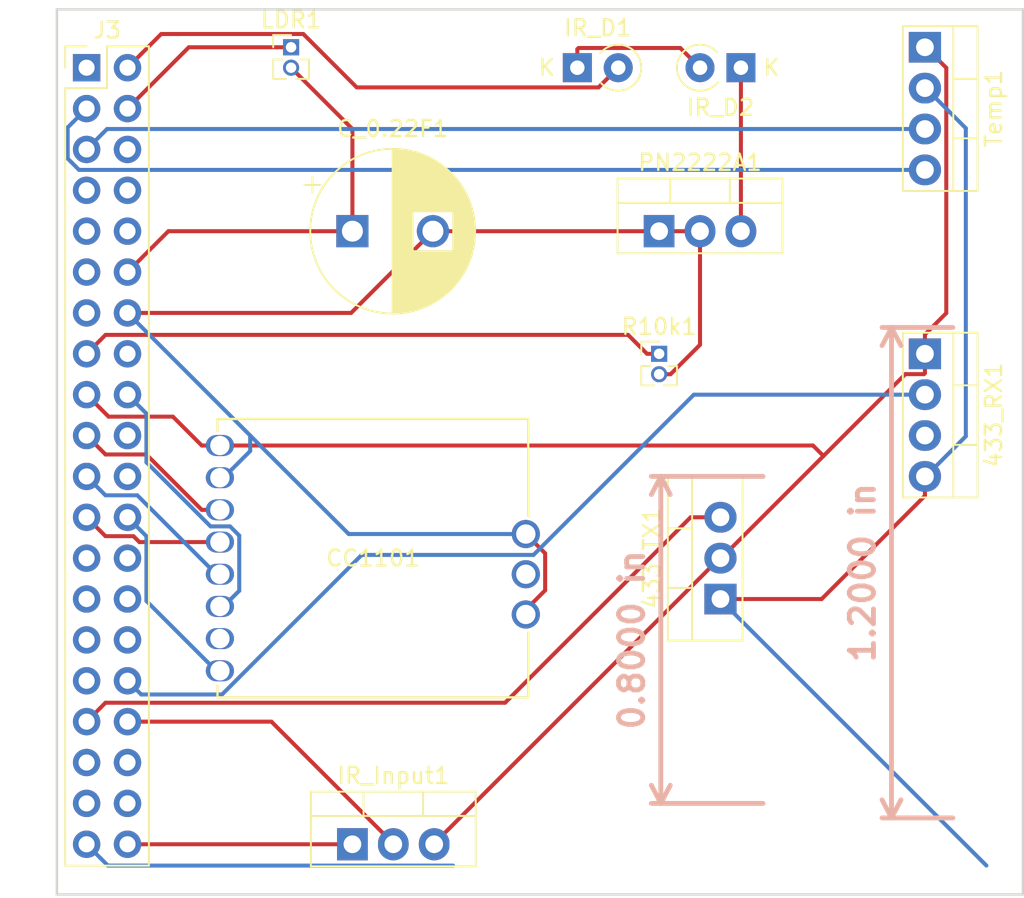
<source format=kicad_pcb>
(kicad_pcb (version 20171130) (host pcbnew "(5.0.0-rc2-dev-482-gf81c77cd4)")

  (general
    (thickness 1.6)
    (drawings 6)
    (tracks 127)
    (zones 0)
    (modules 12)
    (nets 21)
  )

  (page A4)
  (layers
    (0 F.Cu jumper)
    (31 B.Cu signal)
    (32 B.Adhes user)
    (33 F.Adhes user)
    (34 B.Paste user)
    (35 F.Paste user)
    (36 B.SilkS user)
    (37 F.SilkS user)
    (38 B.Mask user)
    (39 F.Mask user)
    (40 Dwgs.User user)
    (41 Cmts.User user)
    (42 Eco1.User user)
    (43 Eco2.User user)
    (44 Edge.Cuts user)
    (45 Margin user)
    (46 B.CrtYd user)
    (47 F.CrtYd user)
    (48 B.Fab user)
    (49 F.Fab user)
  )

  (setup
    (last_trace_width 0.25)
    (trace_clearance 0.2)
    (zone_clearance 0.508)
    (zone_45_only no)
    (trace_min 0.2)
    (segment_width 0.2)
    (edge_width 0.15)
    (via_size 0.6)
    (via_drill 0.4)
    (via_min_size 0.4)
    (via_min_drill 0.3)
    (uvia_size 0.3)
    (uvia_drill 0.1)
    (uvias_allowed no)
    (uvia_min_size 0.2)
    (uvia_min_drill 0.1)
    (pcb_text_width 0.3)
    (pcb_text_size 1.5 1.5)
    (mod_edge_width 0.15)
    (mod_text_size 1 1)
    (mod_text_width 0.15)
    (pad_size 2 2)
    (pad_drill 1.3)
    (pad_to_mask_clearance 0.2)
    (aux_axis_origin 90.2208 61.2394)
    (visible_elements FFFFFF7F)
    (pcbplotparams
      (layerselection 0x010f0_ffffffff)
      (usegerberextensions true)
      (usegerberattributes false)
      (usegerberadvancedattributes false)
      (creategerberjobfile false)
      (excludeedgelayer true)
      (linewidth 0.100000)
      (plotframeref false)
      (viasonmask false)
      (mode 1)
      (useauxorigin false)
      (hpglpennumber 1)
      (hpglpenspeed 20)
      (hpglpendiameter 15)
      (psnegative false)
      (psa4output false)
      (plotreference true)
      (plotvalue true)
      (plotinvisibletext false)
      (padsonsilk false)
      (subtractmaskfromsilk false)
      (outputformat 1)
      (mirror false)
      (drillshape 0)
      (scaleselection 1)
      (outputdirectory plot/))
  )

  (net 0 "")
  (net 1 "Net-(J3-Pad15)")
  (net 2 "Net-(J3-Pad5)")
  (net 3 "Net-(J3-Pad3)")
  (net 4 "Net-(J3-Pad4)")
  (net 5 "Net-(C_0.22F1-Pad1)")
  (net 6 "Net-(CC1101-Pad11)")
  (net 7 "Net-(CC1101-Pad8)")
  (net 8 "Net-(CC1101-Pad6)")
  (net 9 "Net-(CC1101-Pad5)")
  (net 10 "Net-(CC1101-Pad4)")
  (net 11 "Net-(CC1101-Pad3)")
  (net 12 "Net-(IR_D1-Pad1)")
  (net 13 "Net-(IR_D1-Pad2)")
  (net 14 "Net-(IR_D2-Pad1)")
  (net 15 "Net-(IR_Input1-Pad2)")
  (net 16 "Net-(IR_Input1-Pad1)")
  (net 17 "Net-(433_RX1-Pad1)")
  (net 18 "Net-(433_RX1-Pad2)")
  (net 19 "Net-(433_RX1-Pad4)")
  (net 20 "Net-(433_TX1-Pad3)")

  (net_class Default "This is the default net class."
    (clearance 0.2)
    (trace_width 0.25)
    (via_dia 0.6)
    (via_drill 0.4)
    (uvia_dia 0.3)
    (uvia_drill 0.1)
    (add_net "Net-(433_RX1-Pad1)")
    (add_net "Net-(433_RX1-Pad2)")
    (add_net "Net-(433_RX1-Pad4)")
    (add_net "Net-(433_TX1-Pad3)")
    (add_net "Net-(CC1101-Pad11)")
    (add_net "Net-(CC1101-Pad3)")
    (add_net "Net-(CC1101-Pad4)")
    (add_net "Net-(CC1101-Pad5)")
    (add_net "Net-(CC1101-Pad6)")
    (add_net "Net-(CC1101-Pad8)")
    (add_net "Net-(C_0.22F1-Pad1)")
    (add_net "Net-(IR_D1-Pad1)")
    (add_net "Net-(IR_D1-Pad2)")
    (add_net "Net-(IR_D2-Pad1)")
    (add_net "Net-(IR_Input1-Pad1)")
    (add_net "Net-(IR_Input1-Pad2)")
    (add_net "Net-(J3-Pad15)")
    (add_net "Net-(J3-Pad3)")
    (add_net "Net-(J3-Pad4)")
    (add_net "Net-(J3-Pad5)")
  )

  (module Connector_PinHeader_2.54mm:PinHeader_2x20_P2.54mm_Vertical (layer F.Cu) (tedit 59FED5CC) (tstamp 5AFEEB3D)
    (at 21.844 23.622)
    (descr "Through hole straight pin header, 2x20, 2.54mm pitch, double rows")
    (tags "Through hole pin header THT 2x20 2.54mm double row")
    (path /5AD7EDF3)
    (fp_text reference J3 (at 1.27 -2.33) (layer F.SilkS)
      (effects (font (size 1 1) (thickness 0.15)))
    )
    (fp_text value Raspberry_Pi_2_3 (at 1.27 50.59) (layer F.Fab)
      (effects (font (size 1 1) (thickness 0.15)))
    )
    (fp_line (start 0 -1.27) (end 3.81 -1.27) (layer F.Fab) (width 0.1))
    (fp_line (start 3.81 -1.27) (end 3.81 49.53) (layer F.Fab) (width 0.1))
    (fp_line (start 3.81 49.53) (end -1.27 49.53) (layer F.Fab) (width 0.1))
    (fp_line (start -1.27 49.53) (end -1.27 0) (layer F.Fab) (width 0.1))
    (fp_line (start -1.27 0) (end 0 -1.27) (layer F.Fab) (width 0.1))
    (fp_line (start -1.33 49.59) (end 3.87 49.59) (layer F.SilkS) (width 0.12))
    (fp_line (start -1.33 1.27) (end -1.33 49.59) (layer F.SilkS) (width 0.12))
    (fp_line (start 3.87 -1.33) (end 3.87 49.59) (layer F.SilkS) (width 0.12))
    (fp_line (start -1.33 1.27) (end 1.27 1.27) (layer F.SilkS) (width 0.12))
    (fp_line (start 1.27 1.27) (end 1.27 -1.33) (layer F.SilkS) (width 0.12))
    (fp_line (start 1.27 -1.33) (end 3.87 -1.33) (layer F.SilkS) (width 0.12))
    (fp_line (start -1.33 0) (end -1.33 -1.33) (layer F.SilkS) (width 0.12))
    (fp_line (start -1.33 -1.33) (end 0 -1.33) (layer F.SilkS) (width 0.12))
    (fp_line (start -1.8 -1.8) (end -1.8 50.05) (layer F.CrtYd) (width 0.05))
    (fp_line (start -1.8 50.05) (end 4.35 50.05) (layer F.CrtYd) (width 0.05))
    (fp_line (start 4.35 50.05) (end 4.35 -1.8) (layer F.CrtYd) (width 0.05))
    (fp_line (start 4.35 -1.8) (end -1.8 -1.8) (layer F.CrtYd) (width 0.05))
    (fp_text user %R (at 1.27 24.13 90) (layer F.Fab)
      (effects (font (size 1 1) (thickness 0.15)))
    )
    (pad 1 thru_hole rect (at 0 0) (size 1.7 1.7) (drill 1) (layers *.Cu *.Mask))
    (pad 2 thru_hole oval (at 2.54 0) (size 1.7 1.7) (drill 1) (layers *.Cu *.Mask)
      (net 13 "Net-(IR_D1-Pad2)"))
    (pad 3 thru_hole oval (at 0 2.54) (size 1.7 1.7) (drill 1) (layers *.Cu *.Mask)
      (net 3 "Net-(J3-Pad3)"))
    (pad 4 thru_hole oval (at 2.54 2.54) (size 1.7 1.7) (drill 1) (layers *.Cu *.Mask)
      (net 4 "Net-(J3-Pad4)"))
    (pad 5 thru_hole oval (at 0 5.08) (size 1.7 1.7) (drill 1) (layers *.Cu *.Mask)
      (net 2 "Net-(J3-Pad5)"))
    (pad 6 thru_hole oval (at 2.54 5.08) (size 1.7 1.7) (drill 1) (layers *.Cu *.Mask))
    (pad 7 thru_hole oval (at 0 7.62) (size 1.7 1.7) (drill 1) (layers *.Cu *.Mask))
    (pad 8 thru_hole oval (at 2.54 7.62) (size 1.7 1.7) (drill 1) (layers *.Cu *.Mask))
    (pad 9 thru_hole oval (at 0 10.16) (size 1.7 1.7) (drill 1) (layers *.Cu *.Mask))
    (pad 10 thru_hole oval (at 2.54 10.16) (size 1.7 1.7) (drill 1) (layers *.Cu *.Mask))
    (pad 11 thru_hole oval (at 0 12.7) (size 1.7 1.7) (drill 1) (layers *.Cu *.Mask))
    (pad 12 thru_hole oval (at 2.54 12.7) (size 1.7 1.7) (drill 1) (layers *.Cu *.Mask)
      (net 5 "Net-(C_0.22F1-Pad1)"))
    (pad 13 thru_hole oval (at 0 15.24) (size 1.7 1.7) (drill 1) (layers *.Cu *.Mask))
    (pad 14 thru_hole oval (at 2.54 15.24) (size 1.7 1.7) (drill 1) (layers *.Cu *.Mask)
      (net 6 "Net-(CC1101-Pad11)"))
    (pad 15 thru_hole oval (at 0 17.78) (size 1.7 1.7) (drill 1) (layers *.Cu *.Mask)
      (net 1 "Net-(J3-Pad15)"))
    (pad 16 thru_hole oval (at 2.54 17.78) (size 1.7 1.7) (drill 1) (layers *.Cu *.Mask))
    (pad 17 thru_hole oval (at 0 20.32) (size 1.7 1.7) (drill 1) (layers *.Cu *.Mask)
      (net 17 "Net-(433_RX1-Pad1)"))
    (pad 18 thru_hole oval (at 2.54 20.32) (size 1.7 1.7) (drill 1) (layers *.Cu *.Mask)
      (net 8 "Net-(CC1101-Pad6)"))
    (pad 19 thru_hole oval (at 0 22.86) (size 1.7 1.7) (drill 1) (layers *.Cu *.Mask)
      (net 11 "Net-(CC1101-Pad3)"))
    (pad 20 thru_hole oval (at 2.54 22.86) (size 1.7 1.7) (drill 1) (layers *.Cu *.Mask))
    (pad 21 thru_hole oval (at 0 25.4) (size 1.7 1.7) (drill 1) (layers *.Cu *.Mask)
      (net 9 "Net-(CC1101-Pad5)"))
    (pad 22 thru_hole oval (at 2.54 25.4) (size 1.7 1.7) (drill 1) (layers *.Cu *.Mask))
    (pad 23 thru_hole oval (at 0 27.94) (size 1.7 1.7) (drill 1) (layers *.Cu *.Mask)
      (net 10 "Net-(CC1101-Pad4)"))
    (pad 24 thru_hole oval (at 2.54 27.94) (size 1.7 1.7) (drill 1) (layers *.Cu *.Mask)
      (net 7 "Net-(CC1101-Pad8)"))
    (pad 25 thru_hole oval (at 0 30.48) (size 1.7 1.7) (drill 1) (layers *.Cu *.Mask))
    (pad 26 thru_hole oval (at 2.54 30.48) (size 1.7 1.7) (drill 1) (layers *.Cu *.Mask))
    (pad 27 thru_hole oval (at 0 33.02) (size 1.7 1.7) (drill 1) (layers *.Cu *.Mask))
    (pad 28 thru_hole oval (at 2.54 33.02) (size 1.7 1.7) (drill 1) (layers *.Cu *.Mask))
    (pad 29 thru_hole oval (at 0 35.56) (size 1.7 1.7) (drill 1) (layers *.Cu *.Mask))
    (pad 30 thru_hole oval (at 2.54 35.56) (size 1.7 1.7) (drill 1) (layers *.Cu *.Mask))
    (pad 31 thru_hole oval (at 0 38.1) (size 1.7 1.7) (drill 1) (layers *.Cu *.Mask))
    (pad 32 thru_hole oval (at 2.54 38.1) (size 1.7 1.7) (drill 1) (layers *.Cu *.Mask)
      (net 18 "Net-(433_RX1-Pad2)"))
    (pad 33 thru_hole oval (at 0 40.64) (size 1.7 1.7) (drill 1) (layers *.Cu *.Mask)
      (net 20 "Net-(433_TX1-Pad3)"))
    (pad 34 thru_hole oval (at 2.54 40.64) (size 1.7 1.7) (drill 1) (layers *.Cu *.Mask)
      (net 15 "Net-(IR_Input1-Pad2)"))
    (pad 35 thru_hole oval (at 0 43.18) (size 1.7 1.7) (drill 1) (layers *.Cu *.Mask))
    (pad 36 thru_hole oval (at 2.54 43.18) (size 1.7 1.7) (drill 1) (layers *.Cu *.Mask))
    (pad 37 thru_hole oval (at 0 45.72) (size 1.7 1.7) (drill 1) (layers *.Cu *.Mask))
    (pad 38 thru_hole oval (at 2.54 45.72) (size 1.7 1.7) (drill 1) (layers *.Cu *.Mask))
    (pad 39 thru_hole oval (at 0 48.26) (size 1.7 1.7) (drill 1) (layers *.Cu *.Mask)
      (net 19 "Net-(433_RX1-Pad4)"))
    (pad 40 thru_hole oval (at 2.54 48.26) (size 1.7 1.7) (drill 1) (layers *.Cu *.Mask)
      (net 16 "Net-(IR_Input1-Pad1)"))
    (model ${KISYS3DMOD}/Connector_PinHeader_2.54mm.3dshapes/PinHeader_2x20_P2.54mm_Vertical.wrl
      (at (xyz 0 0 0))
      (scale (xyz 1 1 1))
      (rotate (xyz 0 0 0))
    )
  )

  (module Package_TO_SOT_THT:TO-220-4_Vertical (layer F.Cu) (tedit 5ACC4AF2) (tstamp 5ADFEDBB)
    (at 73.914 41.402 270)
    (descr "TO-220-4, Vertical, RM 2.54mm")
    (tags "TO-220-4 Vertical RM 2.54mm")
    (path /5AD90BD9)
    (fp_text reference 433_RX1 (at 3.81 -4.27 270) (layer F.SilkS)
      (effects (font (size 1 1) (thickness 0.15)))
    )
    (fp_text value "433 Mhz receive" (at 3.81 2.5 270) (layer F.Fab)
      (effects (font (size 1 1) (thickness 0.15)))
    )
    (fp_line (start -1.19 -3.15) (end -1.19 1.25) (layer F.Fab) (width 0.1))
    (fp_line (start -1.19 1.25) (end 8.81 1.25) (layer F.Fab) (width 0.1))
    (fp_line (start 8.81 1.25) (end 8.81 -3.15) (layer F.Fab) (width 0.1))
    (fp_line (start 8.81 -3.15) (end -1.19 -3.15) (layer F.Fab) (width 0.1))
    (fp_line (start -1.19 -1.88) (end 8.81 -1.88) (layer F.Fab) (width 0.1))
    (fp_line (start 1.96 -3.15) (end 1.96 -1.88) (layer F.Fab) (width 0.1))
    (fp_line (start 5.66 -3.15) (end 5.66 -1.88) (layer F.Fab) (width 0.1))
    (fp_line (start -1.31 -3.27) (end 8.93 -3.27) (layer F.SilkS) (width 0.12))
    (fp_line (start -1.31 1.371) (end 8.93 1.371) (layer F.SilkS) (width 0.12))
    (fp_line (start -1.31 -3.27) (end -1.31 1.371) (layer F.SilkS) (width 0.12))
    (fp_line (start 8.93 -3.27) (end 8.93 1.371) (layer F.SilkS) (width 0.12))
    (fp_line (start -1.31 -1.76) (end 8.93 -1.76) (layer F.SilkS) (width 0.12))
    (fp_line (start 1.96 -3.27) (end 1.96 -1.76) (layer F.SilkS) (width 0.12))
    (fp_line (start 5.66 -3.27) (end 5.66 -1.76) (layer F.SilkS) (width 0.12))
    (fp_line (start -1.44 -3.4) (end -1.44 1.51) (layer F.CrtYd) (width 0.05))
    (fp_line (start -1.44 1.51) (end 9.06 1.51) (layer F.CrtYd) (width 0.05))
    (fp_line (start 9.06 1.51) (end 9.06 -3.4) (layer F.CrtYd) (width 0.05))
    (fp_line (start 9.06 -3.4) (end -1.44 -3.4) (layer F.CrtYd) (width 0.05))
    (fp_text user %R (at 3.81 -4.27 270) (layer F.Fab)
      (effects (font (size 1 1) (thickness 0.15)))
    )
    (pad 1 thru_hole rect (at 0 0 270) (size 1.905 2) (drill 1.1) (layers *.Cu *.Mask)
      (net 17 "Net-(433_RX1-Pad1)"))
    (pad 2 thru_hole oval (at 2.54 0 270) (size 1.905 2) (drill 1.1) (layers *.Cu *.Mask)
      (net 18 "Net-(433_RX1-Pad2)"))
    (pad 3 thru_hole oval (at 5.08 0 270) (size 1.905 2) (drill 1.1) (layers *.Cu *.Mask))
    (pad 4 thru_hole oval (at 7.62 0 270) (size 1.905 2) (drill 1.1) (layers *.Cu *.Mask)
      (net 19 "Net-(433_RX1-Pad4)"))
    (model ${KISYS3DMOD}/Package_TO_SOT_THT.3dshapes/TO-220-4_Vertical.wrl
      (at (xyz 0 0 0))
      (scale (xyz 1 1 1))
      (rotate (xyz 0 0 0))
    )
  )

  (module Package_TO_SOT_THT:TO-220-3_Vertical (layer F.Cu) (tedit 5AC8BA0D) (tstamp 5ADFEDD5)
    (at 61.214 56.642 90)
    (descr "TO-220-3, Vertical, RM 2.54mm, see https://www.vishay.com/docs/66542/to-220-1.pdf")
    (tags "TO-220-3 Vertical RM 2.54mm")
    (path /5AD8F089)
    (fp_text reference 433_TX1 (at 2.54 -4.27 90) (layer F.SilkS)
      (effects (font (size 1 1) (thickness 0.15)))
    )
    (fp_text value "433 MHz transmit" (at 2.54 2.5 90) (layer F.Fab)
      (effects (font (size 1 1) (thickness 0.15)))
    )
    (fp_line (start -2.46 -3.15) (end -2.46 1.25) (layer F.Fab) (width 0.1))
    (fp_line (start -2.46 1.25) (end 7.54 1.25) (layer F.Fab) (width 0.1))
    (fp_line (start 7.54 1.25) (end 7.54 -3.15) (layer F.Fab) (width 0.1))
    (fp_line (start 7.54 -3.15) (end -2.46 -3.15) (layer F.Fab) (width 0.1))
    (fp_line (start -2.46 -1.88) (end 7.54 -1.88) (layer F.Fab) (width 0.1))
    (fp_line (start 0.69 -3.15) (end 0.69 -1.88) (layer F.Fab) (width 0.1))
    (fp_line (start 4.39 -3.15) (end 4.39 -1.88) (layer F.Fab) (width 0.1))
    (fp_line (start -2.58 -3.27) (end 7.66 -3.27) (layer F.SilkS) (width 0.12))
    (fp_line (start -2.58 1.371) (end 7.66 1.371) (layer F.SilkS) (width 0.12))
    (fp_line (start -2.58 -3.27) (end -2.58 1.371) (layer F.SilkS) (width 0.12))
    (fp_line (start 7.66 -3.27) (end 7.66 1.371) (layer F.SilkS) (width 0.12))
    (fp_line (start -2.58 -1.76) (end 7.66 -1.76) (layer F.SilkS) (width 0.12))
    (fp_line (start 0.69 -3.27) (end 0.69 -1.76) (layer F.SilkS) (width 0.12))
    (fp_line (start 4.391 -3.27) (end 4.391 -1.76) (layer F.SilkS) (width 0.12))
    (fp_line (start -2.71 -3.4) (end -2.71 1.51) (layer F.CrtYd) (width 0.05))
    (fp_line (start -2.71 1.51) (end 7.79 1.51) (layer F.CrtYd) (width 0.05))
    (fp_line (start 7.79 1.51) (end 7.79 -3.4) (layer F.CrtYd) (width 0.05))
    (fp_line (start 7.79 -3.4) (end -2.71 -3.4) (layer F.CrtYd) (width 0.05))
    (fp_text user %R (at 2.54 -4.27 90) (layer F.Fab)
      (effects (font (size 1 1) (thickness 0.15)))
    )
    (pad 1 thru_hole rect (at 0 0 90) (size 1.905 2) (drill 1.1) (layers *.Cu *.Mask)
      (net 19 "Net-(433_RX1-Pad4)"))
    (pad 2 thru_hole oval (at 2.54 0 90) (size 1.905 2) (drill 1.1) (layers *.Cu *.Mask)
      (net 17 "Net-(433_RX1-Pad1)"))
    (pad 3 thru_hole oval (at 5.08 0 90) (size 1.905 2) (drill 1.1) (layers *.Cu *.Mask)
      (net 20 "Net-(433_TX1-Pad3)"))
    (model ${KISYS3DMOD}/Package_TO_SOT_THT.3dshapes/TO-220-3_Vertical.wrl
      (at (xyz 0 0 0))
      (scale (xyz 1 1 1))
      (rotate (xyz 0 0 0))
    )
  )

  (module Capacitor_THT:CP_Radial_D10.0mm_P5.00mm (layer F.Cu) (tedit 5ADA527E) (tstamp 5ADFEEA1)
    (at 38.354 33.782)
    (descr "CP, Radial series, Radial, pin pitch=5.00mm, , diameter=10mm, Electrolytic Capacitor")
    (tags "CP Radial series Radial pin pitch 5.00mm  diameter 10mm Electrolytic Capacitor")
    (path /5ADD3A24)
    (fp_text reference C_0.22F1 (at 2.5 -6.37) (layer F.SilkS)
      (effects (font (size 1 1) (thickness 0.15)))
    )
    (fp_text value 0.22F (at 2.5 6.37) (layer F.Fab)
      (effects (font (size 1 1) (thickness 0.15)))
    )
    (fp_circle (center 2.5 0) (end 7.5 0) (layer F.Fab) (width 0.1))
    (fp_circle (center 2.5 0) (end 7.62 0) (layer F.SilkS) (width 0.12))
    (fp_circle (center 2.5 0) (end 7.75 0) (layer F.CrtYd) (width 0.05))
    (fp_line (start -1.788861 -2.1875) (end -0.788861 -2.1875) (layer F.Fab) (width 0.1))
    (fp_line (start -1.288861 -2.6875) (end -1.288861 -1.6875) (layer F.Fab) (width 0.1))
    (fp_line (start 2.5 -5.08) (end 2.5 5.08) (layer F.SilkS) (width 0.12))
    (fp_line (start 2.54 -5.08) (end 2.54 5.08) (layer F.SilkS) (width 0.12))
    (fp_line (start 2.58 -5.08) (end 2.58 5.08) (layer F.SilkS) (width 0.12))
    (fp_line (start 2.62 -5.079) (end 2.62 5.079) (layer F.SilkS) (width 0.12))
    (fp_line (start 2.66 -5.078) (end 2.66 5.078) (layer F.SilkS) (width 0.12))
    (fp_line (start 2.7 -5.077) (end 2.7 5.077) (layer F.SilkS) (width 0.12))
    (fp_line (start 2.74 -5.075) (end 2.74 5.075) (layer F.SilkS) (width 0.12))
    (fp_line (start 2.78 -5.073) (end 2.78 5.073) (layer F.SilkS) (width 0.12))
    (fp_line (start 2.82 -5.07) (end 2.82 5.07) (layer F.SilkS) (width 0.12))
    (fp_line (start 2.86 -5.068) (end 2.86 5.068) (layer F.SilkS) (width 0.12))
    (fp_line (start 2.9 -5.065) (end 2.9 5.065) (layer F.SilkS) (width 0.12))
    (fp_line (start 2.94 -5.062) (end 2.94 5.062) (layer F.SilkS) (width 0.12))
    (fp_line (start 2.98 -5.058) (end 2.98 5.058) (layer F.SilkS) (width 0.12))
    (fp_line (start 3.02 -5.054) (end 3.02 5.054) (layer F.SilkS) (width 0.12))
    (fp_line (start 3.06 -5.05) (end 3.06 5.05) (layer F.SilkS) (width 0.12))
    (fp_line (start 3.1 -5.045) (end 3.1 5.045) (layer F.SilkS) (width 0.12))
    (fp_line (start 3.14 -5.04) (end 3.14 5.04) (layer F.SilkS) (width 0.12))
    (fp_line (start 3.18 -5.035) (end 3.18 5.035) (layer F.SilkS) (width 0.12))
    (fp_line (start 3.221 -5.03) (end 3.221 5.03) (layer F.SilkS) (width 0.12))
    (fp_line (start 3.261 -5.024) (end 3.261 5.024) (layer F.SilkS) (width 0.12))
    (fp_line (start 3.301 -5.018) (end 3.301 5.018) (layer F.SilkS) (width 0.12))
    (fp_line (start 3.341 -5.011) (end 3.341 5.011) (layer F.SilkS) (width 0.12))
    (fp_line (start 3.381 -5.004) (end 3.381 5.004) (layer F.SilkS) (width 0.12))
    (fp_line (start 3.421 -4.997) (end 3.421 4.997) (layer F.SilkS) (width 0.12))
    (fp_line (start 3.461 -4.99) (end 3.461 4.99) (layer F.SilkS) (width 0.12))
    (fp_line (start 3.501 -4.982) (end 3.501 4.982) (layer F.SilkS) (width 0.12))
    (fp_line (start 3.541 -4.974) (end 3.541 4.974) (layer F.SilkS) (width 0.12))
    (fp_line (start 3.581 -4.965) (end 3.581 4.965) (layer F.SilkS) (width 0.12))
    (fp_line (start 3.621 -4.956) (end 3.621 4.956) (layer F.SilkS) (width 0.12))
    (fp_line (start 3.661 -4.947) (end 3.661 4.947) (layer F.SilkS) (width 0.12))
    (fp_line (start 3.701 -4.938) (end 3.701 4.938) (layer F.SilkS) (width 0.12))
    (fp_line (start 3.741 -4.928) (end 3.741 4.928) (layer F.SilkS) (width 0.12))
    (fp_line (start 3.781 -4.918) (end 3.781 -1.241) (layer F.SilkS) (width 0.12))
    (fp_line (start 3.781 1.241) (end 3.781 4.918) (layer F.SilkS) (width 0.12))
    (fp_line (start 3.821 -4.907) (end 3.821 -1.241) (layer F.SilkS) (width 0.12))
    (fp_line (start 3.821 1.241) (end 3.821 4.907) (layer F.SilkS) (width 0.12))
    (fp_line (start 3.861 -4.897) (end 3.861 -1.241) (layer F.SilkS) (width 0.12))
    (fp_line (start 3.861 1.241) (end 3.861 4.897) (layer F.SilkS) (width 0.12))
    (fp_line (start 3.901 -4.885) (end 3.901 -1.241) (layer F.SilkS) (width 0.12))
    (fp_line (start 3.901 1.241) (end 3.901 4.885) (layer F.SilkS) (width 0.12))
    (fp_line (start 3.941 -4.874) (end 3.941 -1.241) (layer F.SilkS) (width 0.12))
    (fp_line (start 3.941 1.241) (end 3.941 4.874) (layer F.SilkS) (width 0.12))
    (fp_line (start 3.981 -4.862) (end 3.981 -1.241) (layer F.SilkS) (width 0.12))
    (fp_line (start 3.981 1.241) (end 3.981 4.862) (layer F.SilkS) (width 0.12))
    (fp_line (start 4.021 -4.85) (end 4.021 -1.241) (layer F.SilkS) (width 0.12))
    (fp_line (start 4.021 1.241) (end 4.021 4.85) (layer F.SilkS) (width 0.12))
    (fp_line (start 4.061 -4.837) (end 4.061 -1.241) (layer F.SilkS) (width 0.12))
    (fp_line (start 4.061 1.241) (end 4.061 4.837) (layer F.SilkS) (width 0.12))
    (fp_line (start 4.101 -4.824) (end 4.101 -1.241) (layer F.SilkS) (width 0.12))
    (fp_line (start 4.101 1.241) (end 4.101 4.824) (layer F.SilkS) (width 0.12))
    (fp_line (start 4.141 -4.811) (end 4.141 -1.241) (layer F.SilkS) (width 0.12))
    (fp_line (start 4.141 1.241) (end 4.141 4.811) (layer F.SilkS) (width 0.12))
    (fp_line (start 4.181 -4.797) (end 4.181 -1.241) (layer F.SilkS) (width 0.12))
    (fp_line (start 4.181 1.241) (end 4.181 4.797) (layer F.SilkS) (width 0.12))
    (fp_line (start 4.221 -4.783) (end 4.221 -1.241) (layer F.SilkS) (width 0.12))
    (fp_line (start 4.221 1.241) (end 4.221 4.783) (layer F.SilkS) (width 0.12))
    (fp_line (start 4.261 -4.768) (end 4.261 -1.241) (layer F.SilkS) (width 0.12))
    (fp_line (start 4.261 1.241) (end 4.261 4.768) (layer F.SilkS) (width 0.12))
    (fp_line (start 4.301 -4.754) (end 4.301 -1.241) (layer F.SilkS) (width 0.12))
    (fp_line (start 4.301 1.241) (end 4.301 4.754) (layer F.SilkS) (width 0.12))
    (fp_line (start 4.341 -4.738) (end 4.341 -1.241) (layer F.SilkS) (width 0.12))
    (fp_line (start 4.341 1.241) (end 4.341 4.738) (layer F.SilkS) (width 0.12))
    (fp_line (start 4.381 -4.723) (end 4.381 -1.241) (layer F.SilkS) (width 0.12))
    (fp_line (start 4.381 1.241) (end 4.381 4.723) (layer F.SilkS) (width 0.12))
    (fp_line (start 4.421 -4.707) (end 4.421 -1.241) (layer F.SilkS) (width 0.12))
    (fp_line (start 4.421 1.241) (end 4.421 4.707) (layer F.SilkS) (width 0.12))
    (fp_line (start 4.461 -4.69) (end 4.461 -1.241) (layer F.SilkS) (width 0.12))
    (fp_line (start 4.461 1.241) (end 4.461 4.69) (layer F.SilkS) (width 0.12))
    (fp_line (start 4.501 -4.674) (end 4.501 -1.241) (layer F.SilkS) (width 0.12))
    (fp_line (start 4.501 1.241) (end 4.501 4.674) (layer F.SilkS) (width 0.12))
    (fp_line (start 4.541 -4.657) (end 4.541 -1.241) (layer F.SilkS) (width 0.12))
    (fp_line (start 4.541 1.241) (end 4.541 4.657) (layer F.SilkS) (width 0.12))
    (fp_line (start 4.581 -4.639) (end 4.581 -1.241) (layer F.SilkS) (width 0.12))
    (fp_line (start 4.581 1.241) (end 4.581 4.639) (layer F.SilkS) (width 0.12))
    (fp_line (start 4.621 -4.621) (end 4.621 -1.241) (layer F.SilkS) (width 0.12))
    (fp_line (start 4.621 1.241) (end 4.621 4.621) (layer F.SilkS) (width 0.12))
    (fp_line (start 4.661 -4.603) (end 4.661 -1.241) (layer F.SilkS) (width 0.12))
    (fp_line (start 4.661 1.241) (end 4.661 4.603) (layer F.SilkS) (width 0.12))
    (fp_line (start 4.701 -4.584) (end 4.701 -1.241) (layer F.SilkS) (width 0.12))
    (fp_line (start 4.701 1.241) (end 4.701 4.584) (layer F.SilkS) (width 0.12))
    (fp_line (start 4.741 -4.564) (end 4.741 -1.241) (layer F.SilkS) (width 0.12))
    (fp_line (start 4.741 1.241) (end 4.741 4.564) (layer F.SilkS) (width 0.12))
    (fp_line (start 4.781 -4.545) (end 4.781 -1.241) (layer F.SilkS) (width 0.12))
    (fp_line (start 4.781 1.241) (end 4.781 4.545) (layer F.SilkS) (width 0.12))
    (fp_line (start 4.821 -4.525) (end 4.821 -1.241) (layer F.SilkS) (width 0.12))
    (fp_line (start 4.821 1.241) (end 4.821 4.525) (layer F.SilkS) (width 0.12))
    (fp_line (start 4.861 -4.504) (end 4.861 -1.241) (layer F.SilkS) (width 0.12))
    (fp_line (start 4.861 1.241) (end 4.861 4.504) (layer F.SilkS) (width 0.12))
    (fp_line (start 4.901 -4.483) (end 4.901 -1.241) (layer F.SilkS) (width 0.12))
    (fp_line (start 4.901 1.241) (end 4.901 4.483) (layer F.SilkS) (width 0.12))
    (fp_line (start 4.941 -4.462) (end 4.941 -1.241) (layer F.SilkS) (width 0.12))
    (fp_line (start 4.941 1.241) (end 4.941 4.462) (layer F.SilkS) (width 0.12))
    (fp_line (start 4.981 -4.44) (end 4.981 -1.241) (layer F.SilkS) (width 0.12))
    (fp_line (start 4.981 1.241) (end 4.981 4.44) (layer F.SilkS) (width 0.12))
    (fp_line (start 5.021 -4.417) (end 5.021 -1.241) (layer F.SilkS) (width 0.12))
    (fp_line (start 5.021 1.241) (end 5.021 4.417) (layer F.SilkS) (width 0.12))
    (fp_line (start 5.061 -4.395) (end 5.061 -1.241) (layer F.SilkS) (width 0.12))
    (fp_line (start 5.061 1.241) (end 5.061 4.395) (layer F.SilkS) (width 0.12))
    (fp_line (start 5.101 -4.371) (end 5.101 -1.241) (layer F.SilkS) (width 0.12))
    (fp_line (start 5.101 1.241) (end 5.101 4.371) (layer F.SilkS) (width 0.12))
    (fp_line (start 5.141 -4.347) (end 5.141 -1.241) (layer F.SilkS) (width 0.12))
    (fp_line (start 5.141 1.241) (end 5.141 4.347) (layer F.SilkS) (width 0.12))
    (fp_line (start 5.181 -4.323) (end 5.181 -1.241) (layer F.SilkS) (width 0.12))
    (fp_line (start 5.181 1.241) (end 5.181 4.323) (layer F.SilkS) (width 0.12))
    (fp_line (start 5.221 -4.298) (end 5.221 -1.241) (layer F.SilkS) (width 0.12))
    (fp_line (start 5.221 1.241) (end 5.221 4.298) (layer F.SilkS) (width 0.12))
    (fp_line (start 5.261 -4.273) (end 5.261 -1.241) (layer F.SilkS) (width 0.12))
    (fp_line (start 5.261 1.241) (end 5.261 4.273) (layer F.SilkS) (width 0.12))
    (fp_line (start 5.301 -4.247) (end 5.301 -1.241) (layer F.SilkS) (width 0.12))
    (fp_line (start 5.301 1.241) (end 5.301 4.247) (layer F.SilkS) (width 0.12))
    (fp_line (start 5.341 -4.221) (end 5.341 -1.241) (layer F.SilkS) (width 0.12))
    (fp_line (start 5.341 1.241) (end 5.341 4.221) (layer F.SilkS) (width 0.12))
    (fp_line (start 5.381 -4.194) (end 5.381 -1.241) (layer F.SilkS) (width 0.12))
    (fp_line (start 5.381 1.241) (end 5.381 4.194) (layer F.SilkS) (width 0.12))
    (fp_line (start 5.421 -4.166) (end 5.421 -1.241) (layer F.SilkS) (width 0.12))
    (fp_line (start 5.421 1.241) (end 5.421 4.166) (layer F.SilkS) (width 0.12))
    (fp_line (start 5.461 -4.138) (end 5.461 -1.241) (layer F.SilkS) (width 0.12))
    (fp_line (start 5.461 1.241) (end 5.461 4.138) (layer F.SilkS) (width 0.12))
    (fp_line (start 5.501 -4.11) (end 5.501 -1.241) (layer F.SilkS) (width 0.12))
    (fp_line (start 5.501 1.241) (end 5.501 4.11) (layer F.SilkS) (width 0.12))
    (fp_line (start 5.541 -4.08) (end 5.541 -1.241) (layer F.SilkS) (width 0.12))
    (fp_line (start 5.541 1.241) (end 5.541 4.08) (layer F.SilkS) (width 0.12))
    (fp_line (start 5.581 -4.05) (end 5.581 -1.241) (layer F.SilkS) (width 0.12))
    (fp_line (start 5.581 1.241) (end 5.581 4.05) (layer F.SilkS) (width 0.12))
    (fp_line (start 5.621 -4.02) (end 5.621 -1.241) (layer F.SilkS) (width 0.12))
    (fp_line (start 5.621 1.241) (end 5.621 4.02) (layer F.SilkS) (width 0.12))
    (fp_line (start 5.661 -3.989) (end 5.661 -1.241) (layer F.SilkS) (width 0.12))
    (fp_line (start 5.661 1.241) (end 5.661 3.989) (layer F.SilkS) (width 0.12))
    (fp_line (start 5.701 -3.957) (end 5.701 -1.241) (layer F.SilkS) (width 0.12))
    (fp_line (start 5.701 1.241) (end 5.701 3.957) (layer F.SilkS) (width 0.12))
    (fp_line (start 5.741 -3.925) (end 5.741 -1.241) (layer F.SilkS) (width 0.12))
    (fp_line (start 5.741 1.241) (end 5.741 3.925) (layer F.SilkS) (width 0.12))
    (fp_line (start 5.781 -3.892) (end 5.781 -1.241) (layer F.SilkS) (width 0.12))
    (fp_line (start 5.781 1.241) (end 5.781 3.892) (layer F.SilkS) (width 0.12))
    (fp_line (start 5.821 -3.858) (end 5.821 -1.241) (layer F.SilkS) (width 0.12))
    (fp_line (start 5.821 1.241) (end 5.821 3.858) (layer F.SilkS) (width 0.12))
    (fp_line (start 5.861 -3.824) (end 5.861 -1.241) (layer F.SilkS) (width 0.12))
    (fp_line (start 5.861 1.241) (end 5.861 3.824) (layer F.SilkS) (width 0.12))
    (fp_line (start 5.901 -3.789) (end 5.901 -1.241) (layer F.SilkS) (width 0.12))
    (fp_line (start 5.901 1.241) (end 5.901 3.789) (layer F.SilkS) (width 0.12))
    (fp_line (start 5.941 -3.753) (end 5.941 -1.241) (layer F.SilkS) (width 0.12))
    (fp_line (start 5.941 1.241) (end 5.941 3.753) (layer F.SilkS) (width 0.12))
    (fp_line (start 5.981 -3.716) (end 5.981 -1.241) (layer F.SilkS) (width 0.12))
    (fp_line (start 5.981 1.241) (end 5.981 3.716) (layer F.SilkS) (width 0.12))
    (fp_line (start 6.021 -3.679) (end 6.021 -1.241) (layer F.SilkS) (width 0.12))
    (fp_line (start 6.021 1.241) (end 6.021 3.679) (layer F.SilkS) (width 0.12))
    (fp_line (start 6.061 -3.64) (end 6.061 -1.241) (layer F.SilkS) (width 0.12))
    (fp_line (start 6.061 1.241) (end 6.061 3.64) (layer F.SilkS) (width 0.12))
    (fp_line (start 6.101 -3.601) (end 6.101 -1.241) (layer F.SilkS) (width 0.12))
    (fp_line (start 6.101 1.241) (end 6.101 3.601) (layer F.SilkS) (width 0.12))
    (fp_line (start 6.141 -3.561) (end 6.141 -1.241) (layer F.SilkS) (width 0.12))
    (fp_line (start 6.141 1.241) (end 6.141 3.561) (layer F.SilkS) (width 0.12))
    (fp_line (start 6.181 -3.52) (end 6.181 -1.241) (layer F.SilkS) (width 0.12))
    (fp_line (start 6.181 1.241) (end 6.181 3.52) (layer F.SilkS) (width 0.12))
    (fp_line (start 6.221 -3.478) (end 6.221 -1.241) (layer F.SilkS) (width 0.12))
    (fp_line (start 6.221 1.241) (end 6.221 3.478) (layer F.SilkS) (width 0.12))
    (fp_line (start 6.261 -3.436) (end 6.261 3.436) (layer F.SilkS) (width 0.12))
    (fp_line (start 6.301 -3.392) (end 6.301 3.392) (layer F.SilkS) (width 0.12))
    (fp_line (start 6.341 -3.347) (end 6.341 3.347) (layer F.SilkS) (width 0.12))
    (fp_line (start 6.381 -3.301) (end 6.381 3.301) (layer F.SilkS) (width 0.12))
    (fp_line (start 6.421 -3.254) (end 6.421 3.254) (layer F.SilkS) (width 0.12))
    (fp_line (start 6.461 -3.206) (end 6.461 3.206) (layer F.SilkS) (width 0.12))
    (fp_line (start 6.501 -3.156) (end 6.501 3.156) (layer F.SilkS) (width 0.12))
    (fp_line (start 6.541 -3.106) (end 6.541 3.106) (layer F.SilkS) (width 0.12))
    (fp_line (start 6.581 -3.054) (end 6.581 3.054) (layer F.SilkS) (width 0.12))
    (fp_line (start 6.621 -3) (end 6.621 3) (layer F.SilkS) (width 0.12))
    (fp_line (start 6.661 -2.945) (end 6.661 2.945) (layer F.SilkS) (width 0.12))
    (fp_line (start 6.701 -2.889) (end 6.701 2.889) (layer F.SilkS) (width 0.12))
    (fp_line (start 6.741 -2.83) (end 6.741 2.83) (layer F.SilkS) (width 0.12))
    (fp_line (start 6.781 -2.77) (end 6.781 2.77) (layer F.SilkS) (width 0.12))
    (fp_line (start 6.821 -2.709) (end 6.821 2.709) (layer F.SilkS) (width 0.12))
    (fp_line (start 6.861 -2.645) (end 6.861 2.645) (layer F.SilkS) (width 0.12))
    (fp_line (start 6.901 -2.579) (end 6.901 2.579) (layer F.SilkS) (width 0.12))
    (fp_line (start 6.941 -2.51) (end 6.941 2.51) (layer F.SilkS) (width 0.12))
    (fp_line (start 6.981 -2.439) (end 6.981 2.439) (layer F.SilkS) (width 0.12))
    (fp_line (start 7.021 -2.365) (end 7.021 2.365) (layer F.SilkS) (width 0.12))
    (fp_line (start 7.061 -2.289) (end 7.061 2.289) (layer F.SilkS) (width 0.12))
    (fp_line (start 7.101 -2.209) (end 7.101 2.209) (layer F.SilkS) (width 0.12))
    (fp_line (start 7.141 -2.125) (end 7.141 2.125) (layer F.SilkS) (width 0.12))
    (fp_line (start 7.181 -2.037) (end 7.181 2.037) (layer F.SilkS) (width 0.12))
    (fp_line (start 7.221 -1.944) (end 7.221 1.944) (layer F.SilkS) (width 0.12))
    (fp_line (start 7.261 -1.846) (end 7.261 1.846) (layer F.SilkS) (width 0.12))
    (fp_line (start 7.301 -1.742) (end 7.301 1.742) (layer F.SilkS) (width 0.12))
    (fp_line (start 7.341 -1.63) (end 7.341 1.63) (layer F.SilkS) (width 0.12))
    (fp_line (start 7.381 -1.51) (end 7.381 1.51) (layer F.SilkS) (width 0.12))
    (fp_line (start 7.421 -1.378) (end 7.421 1.378) (layer F.SilkS) (width 0.12))
    (fp_line (start 7.461 -1.23) (end 7.461 1.23) (layer F.SilkS) (width 0.12))
    (fp_line (start 7.501 -1.062) (end 7.501 1.062) (layer F.SilkS) (width 0.12))
    (fp_line (start 7.541 -0.862) (end 7.541 0.862) (layer F.SilkS) (width 0.12))
    (fp_line (start 7.581 -0.599) (end 7.581 0.599) (layer F.SilkS) (width 0.12))
    (fp_line (start -2.979646 -2.875) (end -1.979646 -2.875) (layer F.SilkS) (width 0.12))
    (fp_line (start -2.479646 -3.375) (end -2.479646 -2.375) (layer F.SilkS) (width 0.12))
    (fp_text user %R (at 2.5 0) (layer F.Fab)
      (effects (font (size 1 1) (thickness 0.15)))
    )
    (pad 1 thru_hole rect (at 0 0) (size 2 2) (drill 1.3) (layers *.Cu *.Mask)
      (net 5 "Net-(C_0.22F1-Pad1)"))
    (pad 2 thru_hole circle (at 5 0) (size 2 2) (drill 1.3) (layers *.Cu *.Mask)
      (net 6 "Net-(CC1101-Pad11)"))
    (model ${KISYS3DMOD}/Capacitor_THT.3dshapes/CP_Radial_D10.0mm_P5.00mm.wrl
      (at (xyz 0 0 0))
      (scale (xyz 1 1 1))
      (rotate (xyz 0 0 0))
    )
  )

  (module cc1101:CC1101-868MHz-Module (layer F.Cu) (tedit 5ADA4D0A) (tstamp 5ADFEEBE)
    (at 39.624 54.102)
    (descr http://www.digirf.com/XWFU/2013/4f3751b81deca976.pdf)
    (path /5AD9CCE5)
    (fp_text reference CC1101 (at 0 0) (layer F.SilkS)
      (effects (font (size 1 1) (thickness 0.15)))
    )
    (fp_text value CC1101-868MHz-Module (at 0 -11) (layer F.Fab)
      (effects (font (size 1 1) (thickness 0.15)))
    )
    (fp_line (start -11 10) (end -11 -10) (layer F.CrtYd) (width 0.15))
    (fp_line (start 11 10) (end -11 10) (layer F.CrtYd) (width 0.15))
    (fp_line (start 11 -10) (end 11 10) (layer F.CrtYd) (width 0.15))
    (fp_line (start -11 -10) (end 11 -10) (layer F.CrtYd) (width 0.15))
    (fp_line (start -9.65 -7.9) (end -9.65 -8.65) (layer F.SilkS) (width 0.15))
    (fp_line (start -9.65 8.65) (end -9.65 7.9) (layer F.SilkS) (width 0.15))
    (fp_line (start 9.65 8.65) (end -9.65 8.65) (layer F.SilkS) (width 0.15))
    (fp_line (start 9.65 4.625) (end 9.65 8.65) (layer F.SilkS) (width 0.15))
    (fp_line (start 9.65 -8.65) (end 9.65 -2.625) (layer F.SilkS) (width 0.15))
    (fp_line (start -9.65 -8.65) (end 9.65 -8.65) (layer F.SilkS) (width 0.15))
    (fp_line (start -9.5 8.5) (end -9.5 -8.5) (layer F.Fab) (width 0.15))
    (fp_line (start 9.5 8.5) (end -9.5 8.5) (layer F.Fab) (width 0.15))
    (fp_line (start 9.5 -8.5) (end 9.5 8.5) (layer F.Fab) (width 0.15))
    (fp_line (start -9.5 -8.5) (end 9.5 -8.5) (layer F.Fab) (width 0.15))
    (pad 1 thru_hole oval (at -9.5 -7) (size 1.75 1.3) (drill 1.2) (layers *.Cu *.Mask)
      (net 17 "Net-(433_RX1-Pad1)"))
    (pad 2 thru_hole oval (at -9.5 -5) (size 1.75 1.3) (drill 1.2) (layers *.Cu *.Mask)
      (net 6 "Net-(CC1101-Pad11)"))
    (pad 3 thru_hole oval (at -9.5 -3) (size 1.75 1.3) (drill 1.2) (layers *.Cu *.Mask)
      (net 11 "Net-(CC1101-Pad3)"))
    (pad 4 thru_hole oval (at -9.5 -1) (size 1.75 1.3) (drill 1.2) (layers *.Cu *.Mask)
      (net 10 "Net-(CC1101-Pad4)"))
    (pad 5 thru_hole oval (at -9.5 1) (size 1.75 1.3) (drill 1.2) (layers *.Cu *.Mask)
      (net 9 "Net-(CC1101-Pad5)"))
    (pad 6 thru_hole oval (at -9.5 3) (size 1.75 1.3) (drill 1.2) (layers *.Cu *.Mask)
      (net 8 "Net-(CC1101-Pad6)"))
    (pad 7 thru_hole oval (at -9.5 5) (size 1.75 1.3) (drill 1.2) (layers *.Cu *.Mask))
    (pad 8 thru_hole oval (at -9.5 7) (size 1.75 1.3) (drill 1.2) (layers *.Cu *.Mask)
      (net 7 "Net-(CC1101-Pad8)"))
    (pad 9 thru_hole circle (at 9.5 3.5) (size 1.75 1.75) (drill 1.2) (layers *.Cu *.Mask)
      (net 6 "Net-(CC1101-Pad11)"))
    (pad 10 thru_hole circle (at 9.5 1) (size 1.75 1.75) (drill 1.2) (layers *.Cu *.Mask))
    (pad 11 thru_hole circle (at 9.5 -1.5) (size 1.75 1.75) (drill 1.2) (layers *.Cu *.Mask)
      (net 6 "Net-(CC1101-Pad11)"))
  )

  (module Diode_THT:D_A-405_P2.54mm_Vertical_KathodeUp (layer F.Cu) (tedit 5A195B5A) (tstamp 5ADFEECE)
    (at 52.324 23.622)
    (descr "D, A-405 series, Axial, Vertical, pin pitch=2.54mm, , length*diameter=5.2*2.7mm^2, , http://www.diodes.com/_files/packages/A-405.pdf")
    (tags "D A-405 series Axial Vertical pin pitch 2.54mm  length 5.2mm diameter 2.7mm")
    (path /5AD79006)
    (fp_text reference IR_D1 (at 1.27 -2.47) (layer F.SilkS)
      (effects (font (size 1 1) (thickness 0.15)))
    )
    (fp_text value IRL81A (at 1.27 3.359) (layer F.Fab)
      (effects (font (size 1 1) (thickness 0.15)))
    )
    (fp_arc (start 2.54 0) (end 1.426761 -0.9) (angle 278.451986) (layer F.SilkS) (width 0.12))
    (fp_circle (center 2.54 0) (end 3.89 0) (layer F.Fab) (width 0.1))
    (fp_line (start 0 0) (end 2.54 0) (layer F.Fab) (width 0.1))
    (fp_line (start -1.3 -1.75) (end -1.3 1.75) (layer F.CrtYd) (width 0.05))
    (fp_line (start -1.3 1.75) (end 4.3 1.75) (layer F.CrtYd) (width 0.05))
    (fp_line (start 4.3 1.75) (end 4.3 -1.75) (layer F.CrtYd) (width 0.05))
    (fp_line (start 4.3 -1.75) (end -1.3 -1.75) (layer F.CrtYd) (width 0.05))
    (fp_text user %R (at 1.27 -2.47) (layer F.Fab)
      (effects (font (size 1 1) (thickness 0.15)))
    )
    (fp_text user K (at -1.9 0) (layer F.Fab)
      (effects (font (size 1 1) (thickness 0.15)))
    )
    (fp_text user K (at -1.9 0) (layer F.SilkS)
      (effects (font (size 1 1) (thickness 0.15)))
    )
    (pad 1 thru_hole rect (at 0 0) (size 1.8 1.8) (drill 0.9) (layers *.Cu *.Mask)
      (net 12 "Net-(IR_D1-Pad1)"))
    (pad 2 thru_hole oval (at 2.54 0) (size 1.8 1.8) (drill 0.9) (layers *.Cu *.Mask)
      (net 13 "Net-(IR_D1-Pad2)"))
    (model ${KISYS3DMOD}/Diode_THT.3dshapes/D_A-405_P2.54mm_Vertical_KathodeUp.wrl
      (at (xyz 0 0 0))
      (scale (xyz 1 1 1))
      (rotate (xyz 0 0 0))
    )
  )

  (module Diode_THT:D_A-405_P2.54mm_Vertical_KathodeUp (layer F.Cu) (tedit 5A195B5A) (tstamp 5ADFEEDE)
    (at 62.484 23.622 180)
    (descr "D, A-405 series, Axial, Vertical, pin pitch=2.54mm, , length*diameter=5.2*2.7mm^2, , http://www.diodes.com/_files/packages/A-405.pdf")
    (tags "D A-405 series Axial Vertical pin pitch 2.54mm  length 5.2mm diameter 2.7mm")
    (path /5AD7905C)
    (fp_text reference IR_D2 (at 1.27 -2.47 180) (layer F.SilkS)
      (effects (font (size 1 1) (thickness 0.15)))
    )
    (fp_text value IRL81A (at 1.27 3.359 180) (layer F.Fab)
      (effects (font (size 1 1) (thickness 0.15)))
    )
    (fp_text user K (at -1.9 0 180) (layer F.SilkS)
      (effects (font (size 1 1) (thickness 0.15)))
    )
    (fp_text user K (at -1.9 0 180) (layer F.Fab)
      (effects (font (size 1 1) (thickness 0.15)))
    )
    (fp_text user %R (at 1.27 -2.47 180) (layer F.Fab)
      (effects (font (size 1 1) (thickness 0.15)))
    )
    (fp_line (start 4.3 -1.75) (end -1.3 -1.75) (layer F.CrtYd) (width 0.05))
    (fp_line (start 4.3 1.75) (end 4.3 -1.75) (layer F.CrtYd) (width 0.05))
    (fp_line (start -1.3 1.75) (end 4.3 1.75) (layer F.CrtYd) (width 0.05))
    (fp_line (start -1.3 -1.75) (end -1.3 1.75) (layer F.CrtYd) (width 0.05))
    (fp_line (start 0 0) (end 2.54 0) (layer F.Fab) (width 0.1))
    (fp_circle (center 2.54 0) (end 3.89 0) (layer F.Fab) (width 0.1))
    (fp_arc (start 2.54 0) (end 1.426761 -0.9) (angle 278.451986) (layer F.SilkS) (width 0.12))
    (pad 2 thru_hole oval (at 2.54 0 180) (size 1.8 1.8) (drill 0.9) (layers *.Cu *.Mask)
      (net 12 "Net-(IR_D1-Pad1)"))
    (pad 1 thru_hole rect (at 0 0 180) (size 1.8 1.8) (drill 0.9) (layers *.Cu *.Mask)
      (net 14 "Net-(IR_D2-Pad1)"))
    (model ${KISYS3DMOD}/Diode_THT.3dshapes/D_A-405_P2.54mm_Vertical_KathodeUp.wrl
      (at (xyz 0 0 0))
      (scale (xyz 1 1 1))
      (rotate (xyz 0 0 0))
    )
  )

  (module Package_TO_SOT_THT:TO-220-3_Vertical (layer F.Cu) (tedit 5AC8BA0D) (tstamp 5ADFEEF8)
    (at 38.354 71.882)
    (descr "TO-220-3, Vertical, RM 2.54mm, see https://www.vishay.com/docs/66542/to-220-1.pdf")
    (tags "TO-220-3 Vertical RM 2.54mm")
    (path /5AD7A360)
    (fp_text reference IR_Input1 (at 2.54 -4.27) (layer F.SilkS)
      (effects (font (size 1 1) (thickness 0.15)))
    )
    (fp_text value TSOP382xx (at 2.54 2.5) (layer F.Fab)
      (effects (font (size 1 1) (thickness 0.15)))
    )
    (fp_text user %R (at 2.54 -4.27) (layer F.Fab)
      (effects (font (size 1 1) (thickness 0.15)))
    )
    (fp_line (start 7.79 -3.4) (end -2.71 -3.4) (layer F.CrtYd) (width 0.05))
    (fp_line (start 7.79 1.51) (end 7.79 -3.4) (layer F.CrtYd) (width 0.05))
    (fp_line (start -2.71 1.51) (end 7.79 1.51) (layer F.CrtYd) (width 0.05))
    (fp_line (start -2.71 -3.4) (end -2.71 1.51) (layer F.CrtYd) (width 0.05))
    (fp_line (start 4.391 -3.27) (end 4.391 -1.76) (layer F.SilkS) (width 0.12))
    (fp_line (start 0.69 -3.27) (end 0.69 -1.76) (layer F.SilkS) (width 0.12))
    (fp_line (start -2.58 -1.76) (end 7.66 -1.76) (layer F.SilkS) (width 0.12))
    (fp_line (start 7.66 -3.27) (end 7.66 1.371) (layer F.SilkS) (width 0.12))
    (fp_line (start -2.58 -3.27) (end -2.58 1.371) (layer F.SilkS) (width 0.12))
    (fp_line (start -2.58 1.371) (end 7.66 1.371) (layer F.SilkS) (width 0.12))
    (fp_line (start -2.58 -3.27) (end 7.66 -3.27) (layer F.SilkS) (width 0.12))
    (fp_line (start 4.39 -3.15) (end 4.39 -1.88) (layer F.Fab) (width 0.1))
    (fp_line (start 0.69 -3.15) (end 0.69 -1.88) (layer F.Fab) (width 0.1))
    (fp_line (start -2.46 -1.88) (end 7.54 -1.88) (layer F.Fab) (width 0.1))
    (fp_line (start 7.54 -3.15) (end -2.46 -3.15) (layer F.Fab) (width 0.1))
    (fp_line (start 7.54 1.25) (end 7.54 -3.15) (layer F.Fab) (width 0.1))
    (fp_line (start -2.46 1.25) (end 7.54 1.25) (layer F.Fab) (width 0.1))
    (fp_line (start -2.46 -3.15) (end -2.46 1.25) (layer F.Fab) (width 0.1))
    (pad 3 thru_hole oval (at 5.08 0) (size 1.905 2) (drill 1.1) (layers *.Cu *.Mask)
      (net 17 "Net-(433_RX1-Pad1)"))
    (pad 2 thru_hole oval (at 2.54 0) (size 1.905 2) (drill 1.1) (layers *.Cu *.Mask)
      (net 15 "Net-(IR_Input1-Pad2)"))
    (pad 1 thru_hole rect (at 0 0) (size 1.905 2) (drill 1.1) (layers *.Cu *.Mask)
      (net 16 "Net-(IR_Input1-Pad1)"))
    (model ${KISYS3DMOD}/Package_TO_SOT_THT.3dshapes/TO-220-3_Vertical.wrl
      (at (xyz 0 0 0))
      (scale (xyz 1 1 1))
      (rotate (xyz 0 0 0))
    )
  )

  (module Connector_PinHeader_1.27mm:PinHeader_1x02_P1.27mm_Vertical (layer F.Cu) (tedit 59FED6E3) (tstamp 5ADFEF10)
    (at 34.544 22.352)
    (descr "Through hole straight pin header, 1x02, 1.27mm pitch, single row")
    (tags "Through hole pin header THT 1x02 1.27mm single row")
    (path /5ADD3D70)
    (fp_text reference LDR1 (at 0 -1.695) (layer F.SilkS)
      (effects (font (size 1 1) (thickness 0.15)))
    )
    (fp_text value LDR03 (at 0 2.965) (layer F.Fab)
      (effects (font (size 1 1) (thickness 0.15)))
    )
    (fp_text user %R (at 0 0.635 90) (layer F.Fab)
      (effects (font (size 1 1) (thickness 0.15)))
    )
    (fp_line (start 1.55 -1.15) (end -1.55 -1.15) (layer F.CrtYd) (width 0.05))
    (fp_line (start 1.55 2.45) (end 1.55 -1.15) (layer F.CrtYd) (width 0.05))
    (fp_line (start -1.55 2.45) (end 1.55 2.45) (layer F.CrtYd) (width 0.05))
    (fp_line (start -1.55 -1.15) (end -1.55 2.45) (layer F.CrtYd) (width 0.05))
    (fp_line (start -1.11 -0.76) (end 0 -0.76) (layer F.SilkS) (width 0.12))
    (fp_line (start -1.11 0) (end -1.11 -0.76) (layer F.SilkS) (width 0.12))
    (fp_line (start 0.563471 0.76) (end 1.11 0.76) (layer F.SilkS) (width 0.12))
    (fp_line (start -1.11 0.76) (end -0.563471 0.76) (layer F.SilkS) (width 0.12))
    (fp_line (start 1.11 0.76) (end 1.11 1.965) (layer F.SilkS) (width 0.12))
    (fp_line (start -1.11 0.76) (end -1.11 1.965) (layer F.SilkS) (width 0.12))
    (fp_line (start 0.30753 1.965) (end 1.11 1.965) (layer F.SilkS) (width 0.12))
    (fp_line (start -1.11 1.965) (end -0.30753 1.965) (layer F.SilkS) (width 0.12))
    (fp_line (start -1.05 -0.11) (end -0.525 -0.635) (layer F.Fab) (width 0.1))
    (fp_line (start -1.05 1.905) (end -1.05 -0.11) (layer F.Fab) (width 0.1))
    (fp_line (start 1.05 1.905) (end -1.05 1.905) (layer F.Fab) (width 0.1))
    (fp_line (start 1.05 -0.635) (end 1.05 1.905) (layer F.Fab) (width 0.1))
    (fp_line (start -0.525 -0.635) (end 1.05 -0.635) (layer F.Fab) (width 0.1))
    (pad 2 thru_hole oval (at 0 1.27) (size 1 1) (drill 0.65) (layers *.Cu *.Mask)
      (net 5 "Net-(C_0.22F1-Pad1)"))
    (pad 1 thru_hole rect (at 0 0) (size 1 1) (drill 0.65) (layers *.Cu *.Mask)
      (net 4 "Net-(J3-Pad4)"))
    (model ${KISYS3DMOD}/Connector_PinHeader_1.27mm.3dshapes/PinHeader_1x02_P1.27mm_Vertical.wrl
      (at (xyz 0 0 0))
      (scale (xyz 1 1 1))
      (rotate (xyz 0 0 0))
    )
  )

  (module Package_TO_SOT_THT:TO-220-3_Vertical (layer F.Cu) (tedit 5AC8BA0D) (tstamp 5ADFEF2A)
    (at 57.404 33.782)
    (descr "TO-220-3, Vertical, RM 2.54mm, see https://www.vishay.com/docs/66542/to-220-1.pdf")
    (tags "TO-220-3 Vertical RM 2.54mm")
    (path /5AD78D35)
    (fp_text reference PN2222A1 (at 2.54 -4.27) (layer F.SilkS)
      (effects (font (size 1 1) (thickness 0.15)))
    )
    (fp_text value PN2222A (at 2.54 2.5) (layer F.Fab)
      (effects (font (size 1 1) (thickness 0.15)))
    )
    (fp_line (start -2.46 -3.15) (end -2.46 1.25) (layer F.Fab) (width 0.1))
    (fp_line (start -2.46 1.25) (end 7.54 1.25) (layer F.Fab) (width 0.1))
    (fp_line (start 7.54 1.25) (end 7.54 -3.15) (layer F.Fab) (width 0.1))
    (fp_line (start 7.54 -3.15) (end -2.46 -3.15) (layer F.Fab) (width 0.1))
    (fp_line (start -2.46 -1.88) (end 7.54 -1.88) (layer F.Fab) (width 0.1))
    (fp_line (start 0.69 -3.15) (end 0.69 -1.88) (layer F.Fab) (width 0.1))
    (fp_line (start 4.39 -3.15) (end 4.39 -1.88) (layer F.Fab) (width 0.1))
    (fp_line (start -2.58 -3.27) (end 7.66 -3.27) (layer F.SilkS) (width 0.12))
    (fp_line (start -2.58 1.371) (end 7.66 1.371) (layer F.SilkS) (width 0.12))
    (fp_line (start -2.58 -3.27) (end -2.58 1.371) (layer F.SilkS) (width 0.12))
    (fp_line (start 7.66 -3.27) (end 7.66 1.371) (layer F.SilkS) (width 0.12))
    (fp_line (start -2.58 -1.76) (end 7.66 -1.76) (layer F.SilkS) (width 0.12))
    (fp_line (start 0.69 -3.27) (end 0.69 -1.76) (layer F.SilkS) (width 0.12))
    (fp_line (start 4.391 -3.27) (end 4.391 -1.76) (layer F.SilkS) (width 0.12))
    (fp_line (start -2.71 -3.4) (end -2.71 1.51) (layer F.CrtYd) (width 0.05))
    (fp_line (start -2.71 1.51) (end 7.79 1.51) (layer F.CrtYd) (width 0.05))
    (fp_line (start 7.79 1.51) (end 7.79 -3.4) (layer F.CrtYd) (width 0.05))
    (fp_line (start 7.79 -3.4) (end -2.71 -3.4) (layer F.CrtYd) (width 0.05))
    (fp_text user %R (at 2.54 -4.27) (layer F.Fab)
      (effects (font (size 1 1) (thickness 0.15)))
    )
    (pad 1 thru_hole rect (at 0 0) (size 1.905 2) (drill 1.1) (layers *.Cu *.Mask)
      (net 6 "Net-(CC1101-Pad11)"))
    (pad 2 thru_hole oval (at 2.54 0) (size 1.905 2) (drill 1.1) (layers *.Cu *.Mask)
      (net 6 "Net-(CC1101-Pad11)"))
    (pad 3 thru_hole oval (at 5.08 0) (size 1.905 2) (drill 1.1) (layers *.Cu *.Mask)
      (net 14 "Net-(IR_D2-Pad1)"))
    (model ${KISYS3DMOD}/Package_TO_SOT_THT.3dshapes/TO-220-3_Vertical.wrl
      (at (xyz 0 0 0))
      (scale (xyz 1 1 1))
      (rotate (xyz 0 0 0))
    )
  )

  (module Connector_PinHeader_1.27mm:PinHeader_1x02_P1.27mm_Vertical (layer F.Cu) (tedit 59FED6E3) (tstamp 5ADFEF42)
    (at 57.404 41.402)
    (descr "Through hole straight pin header, 1x02, 1.27mm pitch, single row")
    (tags "Through hole pin header THT 1x02 1.27mm single row")
    (path /5AD7918F)
    (fp_text reference R10k1 (at 0 -1.695) (layer F.SilkS)
      (effects (font (size 1 1) (thickness 0.15)))
    )
    (fp_text value R10k (at 0 2.965) (layer F.Fab)
      (effects (font (size 1 1) (thickness 0.15)))
    )
    (fp_line (start -0.525 -0.635) (end 1.05 -0.635) (layer F.Fab) (width 0.1))
    (fp_line (start 1.05 -0.635) (end 1.05 1.905) (layer F.Fab) (width 0.1))
    (fp_line (start 1.05 1.905) (end -1.05 1.905) (layer F.Fab) (width 0.1))
    (fp_line (start -1.05 1.905) (end -1.05 -0.11) (layer F.Fab) (width 0.1))
    (fp_line (start -1.05 -0.11) (end -0.525 -0.635) (layer F.Fab) (width 0.1))
    (fp_line (start -1.11 1.965) (end -0.30753 1.965) (layer F.SilkS) (width 0.12))
    (fp_line (start 0.30753 1.965) (end 1.11 1.965) (layer F.SilkS) (width 0.12))
    (fp_line (start -1.11 0.76) (end -1.11 1.965) (layer F.SilkS) (width 0.12))
    (fp_line (start 1.11 0.76) (end 1.11 1.965) (layer F.SilkS) (width 0.12))
    (fp_line (start -1.11 0.76) (end -0.563471 0.76) (layer F.SilkS) (width 0.12))
    (fp_line (start 0.563471 0.76) (end 1.11 0.76) (layer F.SilkS) (width 0.12))
    (fp_line (start -1.11 0) (end -1.11 -0.76) (layer F.SilkS) (width 0.12))
    (fp_line (start -1.11 -0.76) (end 0 -0.76) (layer F.SilkS) (width 0.12))
    (fp_line (start -1.55 -1.15) (end -1.55 2.45) (layer F.CrtYd) (width 0.05))
    (fp_line (start -1.55 2.45) (end 1.55 2.45) (layer F.CrtYd) (width 0.05))
    (fp_line (start 1.55 2.45) (end 1.55 -1.15) (layer F.CrtYd) (width 0.05))
    (fp_line (start 1.55 -1.15) (end -1.55 -1.15) (layer F.CrtYd) (width 0.05))
    (fp_text user %R (at 0 0.635 90) (layer F.Fab)
      (effects (font (size 1 1) (thickness 0.15)))
    )
    (pad 1 thru_hole rect (at 0 0) (size 1 1) (drill 0.65) (layers *.Cu *.Mask)
      (net 1 "Net-(J3-Pad15)"))
    (pad 2 thru_hole oval (at 0 1.27) (size 1 1) (drill 0.65) (layers *.Cu *.Mask)
      (net 6 "Net-(CC1101-Pad11)"))
    (model ${KISYS3DMOD}/Connector_PinHeader_1.27mm.3dshapes/PinHeader_1x02_P1.27mm_Vertical.wrl
      (at (xyz 0 0 0))
      (scale (xyz 1 1 1))
      (rotate (xyz 0 0 0))
    )
  )

  (module Package_TO_SOT_THT:TO-220-4_Vertical (layer F.Cu) (tedit 5ACC4AF2) (tstamp 5ADFEF5D)
    (at 73.914 22.352 270)
    (descr "TO-220-4, Vertical, RM 2.54mm")
    (tags "TO-220-4 Vertical RM 2.54mm")
    (path /5AD9766D)
    (fp_text reference Temp1 (at 3.81 -4.27 270) (layer F.SilkS)
      (effects (font (size 1 1) (thickness 0.15)))
    )
    (fp_text value "Temperature I2C" (at 3.81 2.5 270) (layer F.Fab)
      (effects (font (size 1 1) (thickness 0.15)))
    )
    (fp_text user %R (at 3.81 -4.27 270) (layer F.Fab)
      (effects (font (size 1 1) (thickness 0.15)))
    )
    (fp_line (start 9.06 -3.4) (end -1.44 -3.4) (layer F.CrtYd) (width 0.05))
    (fp_line (start 9.06 1.51) (end 9.06 -3.4) (layer F.CrtYd) (width 0.05))
    (fp_line (start -1.44 1.51) (end 9.06 1.51) (layer F.CrtYd) (width 0.05))
    (fp_line (start -1.44 -3.4) (end -1.44 1.51) (layer F.CrtYd) (width 0.05))
    (fp_line (start 5.66 -3.27) (end 5.66 -1.76) (layer F.SilkS) (width 0.12))
    (fp_line (start 1.96 -3.27) (end 1.96 -1.76) (layer F.SilkS) (width 0.12))
    (fp_line (start -1.31 -1.76) (end 8.93 -1.76) (layer F.SilkS) (width 0.12))
    (fp_line (start 8.93 -3.27) (end 8.93 1.371) (layer F.SilkS) (width 0.12))
    (fp_line (start -1.31 -3.27) (end -1.31 1.371) (layer F.SilkS) (width 0.12))
    (fp_line (start -1.31 1.371) (end 8.93 1.371) (layer F.SilkS) (width 0.12))
    (fp_line (start -1.31 -3.27) (end 8.93 -3.27) (layer F.SilkS) (width 0.12))
    (fp_line (start 5.66 -3.15) (end 5.66 -1.88) (layer F.Fab) (width 0.1))
    (fp_line (start 1.96 -3.15) (end 1.96 -1.88) (layer F.Fab) (width 0.1))
    (fp_line (start -1.19 -1.88) (end 8.81 -1.88) (layer F.Fab) (width 0.1))
    (fp_line (start 8.81 -3.15) (end -1.19 -3.15) (layer F.Fab) (width 0.1))
    (fp_line (start 8.81 1.25) (end 8.81 -3.15) (layer F.Fab) (width 0.1))
    (fp_line (start -1.19 1.25) (end 8.81 1.25) (layer F.Fab) (width 0.1))
    (fp_line (start -1.19 -3.15) (end -1.19 1.25) (layer F.Fab) (width 0.1))
    (pad 4 thru_hole oval (at 7.62 0 270) (size 1.905 2) (drill 1.1) (layers *.Cu *.Mask)
      (net 3 "Net-(J3-Pad3)"))
    (pad 3 thru_hole oval (at 5.08 0 270) (size 1.905 2) (drill 1.1) (layers *.Cu *.Mask)
      (net 2 "Net-(J3-Pad5)"))
    (pad 2 thru_hole oval (at 2.54 0 270) (size 1.905 2) (drill 1.1) (layers *.Cu *.Mask)
      (net 19 "Net-(433_RX1-Pad4)"))
    (pad 1 thru_hole rect (at 0 0 270) (size 1.905 2) (drill 1.1) (layers *.Cu *.Mask)
      (net 17 "Net-(433_RX1-Pad1)"))
    (model ${KISYS3DMOD}/Package_TO_SOT_THT.3dshapes/TO-220-4_Vertical.wrl
      (at (xyz 0 0 0))
      (scale (xyz 1 1 1))
      (rotate (xyz 0 0 0))
    )
  )

  (dimension 20.32 (width 0.3) (layer B.SilkS)
    (gr_text "Size 433 TX" (at 55.407976 59.182 270) (layer B.SilkS)
      (effects (font (size 1.5 1.5) (thickness 0.3)))
    )
    (feature1 (pts (xy 63.857976 69.342) (xy 56.921555 69.342)))
    (feature2 (pts (xy 63.857976 49.022) (xy 56.921555 49.022)))
    (crossbar (pts (xy 57.507976 49.022) (xy 57.507976 69.342)))
    (arrow1a (pts (xy 57.507976 69.342) (xy 56.921555 68.215496)))
    (arrow1b (pts (xy 57.507976 69.342) (xy 58.094397 68.215496)))
    (arrow2a (pts (xy 57.507976 49.022) (xy 56.921555 50.148504)))
    (arrow2b (pts (xy 57.507976 49.022) (xy 58.094397 50.148504)))
  )
  (dimension 30.48 (width 0.3) (layer B.SilkS)
    (gr_text "Size 433 RX" (at 69.737424 55.005658 270) (layer B.SilkS)
      (effects (font (size 1.5 1.5) (thickness 0.3)))
    )
    (feature1 (pts (xy 75.647423 70.245658) (xy 71.251003 70.245658)))
    (feature2 (pts (xy 75.647423 39.765658) (xy 71.251003 39.765658)))
    (crossbar (pts (xy 71.837424 39.765658) (xy 71.837424 70.245658)))
    (arrow1a (pts (xy 71.837424 70.245658) (xy 71.251003 69.119154)))
    (arrow1b (pts (xy 71.837424 70.245658) (xy 72.423845 69.119154)))
    (arrow2a (pts (xy 71.837424 39.765658) (xy 71.251003 40.892162)))
    (arrow2b (pts (xy 71.837424 39.765658) (xy 72.423845 40.892162)))
  )
  (gr_line (start 20 20) (end 80 20) (angle 90) (layer Edge.Cuts) (width 0.15))
  (gr_line (start 20 75) (end 80 75) (angle 90) (layer Edge.Cuts) (width 0.15))
  (gr_line (start 20 20) (end 20 75) (angle 90) (layer Edge.Cuts) (width 0.15))
  (gr_line (start 80 20) (end 80 75) (angle 90) (layer Edge.Cuts) (width 0.15))

  (segment (start 22.693999 40.552001) (end 21.844 41.402) (width 0.25) (layer F.Cu) (net 1) (status 30))
  (segment (start 23.019001 40.226999) (end 22.693999 40.552001) (width 0.25) (layer F.Cu) (net 1) (status 20))
  (segment (start 55.478999 40.226999) (end 23.019001 40.226999) (width 0.25) (layer F.Cu) (net 1))
  (segment (start 56.654 41.402) (end 55.478999 40.226999) (width 0.25) (layer F.Cu) (net 1))
  (segment (start 57.404 41.402) (end 56.654 41.402) (width 0.25) (layer F.Cu) (net 1) (status 10))
  (segment (start 23.114 27.432) (end 21.844 28.702) (width 0.25) (layer B.Cu) (net 2) (status 20))
  (segment (start 73.914 27.432) (end 23.114 27.432) (width 0.25) (layer B.Cu) (net 2) (status 10))
  (segment (start 20.994001 27.011999) (end 21.844 26.162) (width 0.25) (layer B.Cu) (net 3) (status 30))
  (segment (start 20.668999 27.337001) (end 20.994001 27.011999) (width 0.25) (layer B.Cu) (net 3) (status 20))
  (segment (start 20.668999 29.266001) (end 20.668999 27.337001) (width 0.25) (layer B.Cu) (net 3))
  (segment (start 21.374998 29.972) (end 20.668999 29.266001) (width 0.25) (layer B.Cu) (net 3))
  (segment (start 73.914 29.972) (end 21.374998 29.972) (width 0.25) (layer B.Cu) (net 3) (status 10))
  (segment (start 28.194 22.352) (end 24.384 26.162) (width 0.25) (layer F.Cu) (net 4) (status 20))
  (segment (start 34.544 22.352) (end 28.194 22.352) (width 0.25) (layer F.Cu) (net 4) (status 10))
  (segment (start 38.354 27.432) (end 34.544 23.622) (width 0.25) (layer F.Cu) (net 5) (status 20))
  (segment (start 38.354 33.782) (end 38.354 27.432) (width 0.25) (layer F.Cu) (net 5) (status 10))
  (segment (start 26.924 33.782) (end 24.384 36.322) (width 0.25) (layer F.Cu) (net 5) (status 20))
  (segment (start 38.354 33.782) (end 26.924 33.782) (width 0.25) (layer F.Cu) (net 5) (status 10))
  (segment (start 43.354 33.782) (end 57.404 33.782) (width 0.25) (layer F.Cu) (net 6) (status 30))
  (segment (start 58.111106 42.672) (end 57.404 42.672) (width 0.25) (layer F.Cu) (net 6) (status 20))
  (segment (start 59.944 40.839106) (end 58.111106 42.672) (width 0.25) (layer F.Cu) (net 6))
  (segment (start 59.944 33.782) (end 59.944 40.839106) (width 0.25) (layer F.Cu) (net 6) (status 10))
  (segment (start 57.404 33.782) (end 59.944 33.782) (width 0.25) (layer F.Cu) (net 6) (status 30))
  (segment (start 38.274 38.862) (end 24.384 38.862) (width 0.25) (layer F.Cu) (net 6) (status 20))
  (segment (start 43.354 33.782) (end 38.274 38.862) (width 0.25) (layer F.Cu) (net 6) (status 10))
  (segment (start 49.124 52.602) (end 38.124 52.602) (width 0.25) (layer B.Cu) (net 6))
  (segment (start 30.349 49.102) (end 32.004 47.447) (width 0.25) (layer B.Cu) (net 6))
  (segment (start 30.124 49.102) (end 30.349 49.102) (width 0.25) (layer B.Cu) (net 6))
  (segment (start 32.004 47.447) (end 32.004 46.482) (width 0.25) (layer B.Cu) (net 6))
  (segment (start 38.124 52.602) (end 32.004 46.482) (width 0.25) (layer B.Cu) (net 6))
  (segment (start 32.004 46.482) (end 24.384 38.862) (width 0.25) (layer B.Cu) (net 6))
  (segment (start 49.124 57.302) (end 49.124 57.602) (width 0.25) (layer F.Cu) (net 6))
  (segment (start 50.324001 56.101999) (end 49.124 57.302) (width 0.25) (layer F.Cu) (net 6))
  (segment (start 50.324001 53.802001) (end 50.324001 56.101999) (width 0.25) (layer F.Cu) (net 6))
  (segment (start 49.124 52.602) (end 50.324001 53.802001) (width 0.25) (layer F.Cu) (net 6))
  (segment (start 25.233999 52.411999) (end 24.384 51.562) (width 0.25) (layer B.Cu) (net 7) (status 30))
  (segment (start 25.559001 52.737001) (end 25.233999 52.411999) (width 0.25) (layer B.Cu) (net 7) (status 20))
  (segment (start 25.559001 56.762001) (end 25.559001 52.737001) (width 0.25) (layer B.Cu) (net 7))
  (segment (start 29.899 61.102) (end 25.559001 56.762001) (width 0.25) (layer B.Cu) (net 7) (status 10))
  (segment (start 30.124 61.102) (end 29.899 61.102) (width 0.25) (layer B.Cu) (net 7) (status 30))
  (segment (start 25.559001 45.117001) (end 25.233999 44.791999) (width 0.25) (layer B.Cu) (net 8) (status 20))
  (segment (start 25.559001 48.140873) (end 25.559001 45.117001) (width 0.25) (layer B.Cu) (net 8))
  (segment (start 29.545118 52.12699) (end 25.559001 48.140873) (width 0.25) (layer B.Cu) (net 8))
  (segment (start 30.752862 52.12699) (end 29.545118 52.12699) (width 0.25) (layer B.Cu) (net 8))
  (segment (start 31.32401 52.698138) (end 30.752862 52.12699) (width 0.25) (layer B.Cu) (net 8))
  (segment (start 31.32401 56.12699) (end 31.32401 52.698138) (width 0.25) (layer B.Cu) (net 8))
  (segment (start 30.349 57.102) (end 31.32401 56.12699) (width 0.25) (layer B.Cu) (net 8) (status 10))
  (segment (start 25.233999 44.791999) (end 24.384 43.942) (width 0.25) (layer B.Cu) (net 8) (status 30))
  (segment (start 30.124 57.102) (end 30.349 57.102) (width 0.25) (layer B.Cu) (net 8) (status 30))
  (segment (start 22.693999 49.871999) (end 21.844 49.022) (width 0.25) (layer B.Cu) (net 9) (status 30))
  (segment (start 24.994001 50.197001) (end 23.019001 50.197001) (width 0.25) (layer B.Cu) (net 9))
  (segment (start 23.019001 50.197001) (end 22.693999 49.871999) (width 0.25) (layer B.Cu) (net 9) (status 20))
  (segment (start 29.899 55.102) (end 24.994001 50.197001) (width 0.25) (layer B.Cu) (net 9) (status 10))
  (segment (start 30.124 55.102) (end 29.899 55.102) (width 0.25) (layer B.Cu) (net 9) (status 30))
  (segment (start 22.693999 52.411999) (end 21.844 51.562) (width 0.25) (layer F.Cu) (net 10) (status 30))
  (segment (start 23.019001 52.737001) (end 22.693999 52.411999) (width 0.25) (layer F.Cu) (net 10) (status 20))
  (segment (start 24.758003 52.737001) (end 23.019001 52.737001) (width 0.25) (layer F.Cu) (net 10))
  (segment (start 25.123002 53.102) (end 24.758003 52.737001) (width 0.25) (layer F.Cu) (net 10))
  (segment (start 30.124 53.102) (end 25.123002 53.102) (width 0.25) (layer F.Cu) (net 10) (status 10))
  (segment (start 25.554001 47.657001) (end 23.019001 47.657001) (width 0.25) (layer F.Cu) (net 11))
  (segment (start 22.693999 47.331999) (end 21.844 46.482) (width 0.25) (layer F.Cu) (net 11) (status 30))
  (segment (start 23.019001 47.657001) (end 22.693999 47.331999) (width 0.25) (layer F.Cu) (net 11) (status 20))
  (segment (start 28.999 51.102) (end 25.554001 47.657001) (width 0.25) (layer F.Cu) (net 11))
  (segment (start 30.124 51.102) (end 28.999 51.102) (width 0.25) (layer F.Cu) (net 11) (status 10))
  (segment (start 52.324 22.472) (end 52.324 23.622) (width 0.25) (layer F.Cu) (net 12))
  (segment (start 52.399001 22.396999) (end 52.324 22.472) (width 0.25) (layer F.Cu) (net 12))
  (segment (start 58.718999 22.396999) (end 52.399001 22.396999) (width 0.25) (layer F.Cu) (net 12))
  (segment (start 59.944 23.622) (end 58.718999 22.396999) (width 0.25) (layer F.Cu) (net 12))
  (segment (start 26.479001 21.526999) (end 25.233999 22.772001) (width 0.25) (layer F.Cu) (net 13))
  (segment (start 35.304001 21.526999) (end 26.479001 21.526999) (width 0.25) (layer F.Cu) (net 13))
  (segment (start 25.233999 22.772001) (end 24.384 23.622) (width 0.25) (layer F.Cu) (net 13))
  (segment (start 38.624003 24.847001) (end 35.304001 21.526999) (width 0.25) (layer F.Cu) (net 13))
  (segment (start 53.638999 24.847001) (end 38.624003 24.847001) (width 0.25) (layer F.Cu) (net 13))
  (segment (start 54.864 23.622) (end 53.638999 24.847001) (width 0.25) (layer F.Cu) (net 13))
  (segment (start 62.484 23.622) (end 62.484 33.782) (width 0.25) (layer F.Cu) (net 14))
  (segment (start 40.894 71.882) (end 40.894 71.9295) (width 0.25) (layer F.Cu) (net 15) (status 30))
  (segment (start 25.586081 64.262) (end 24.384 64.262) (width 0.25) (layer F.Cu) (net 15) (status 20))
  (segment (start 33.3215 64.262) (end 25.586081 64.262) (width 0.25) (layer F.Cu) (net 15))
  (segment (start 40.894 71.8345) (end 33.3215 64.262) (width 0.25) (layer F.Cu) (net 15) (status 10))
  (segment (start 40.894 71.882) (end 40.894 71.8345) (width 0.25) (layer F.Cu) (net 15) (status 30))
  (segment (start 38.354 71.882) (end 24.384 71.882) (width 0.25) (layer F.Cu) (net 16) (status 30))
  (segment (start 75.23901 23.62951) (end 75.23901 38.87449) (width 0.25) (layer F.Cu) (net 17))
  (segment (start 73.914 40.1995) (end 73.914 41.402) (width 0.25) (layer F.Cu) (net 17) (status 20))
  (segment (start 73.9615 22.352) (end 75.23901 23.62951) (width 0.25) (layer F.Cu) (net 17) (status 10))
  (segment (start 75.23901 38.87449) (end 73.914 40.1995) (width 0.25) (layer F.Cu) (net 17))
  (segment (start 73.914 22.352) (end 73.9615 22.352) (width 0.25) (layer F.Cu) (net 17) (status 30))
  (segment (start 61.2615 54.102) (end 61.214 54.102) (width 0.25) (layer F.Cu) (net 17) (status 30))
  (segment (start 73.914 41.402) (end 73.9615 41.402) (width 0.25) (layer F.Cu) (net 17) (status 30))
  (segment (start 43.434 71.8345) (end 43.434 71.882) (width 0.25) (layer F.Cu) (net 17) (status 30))
  (segment (start 61.1665 54.102) (end 43.434 71.8345) (width 0.25) (layer F.Cu) (net 17) (status 30))
  (segment (start 61.214 54.102) (end 61.1665 54.102) (width 0.25) (layer F.Cu) (net 17) (status 30))
  (segment (start 22.693999 44.791999) (end 21.844 43.942) (width 0.25) (layer F.Cu) (net 17) (status 30))
  (segment (start 23.208999 45.306999) (end 22.693999 44.791999) (width 0.25) (layer F.Cu) (net 17) (status 20))
  (segment (start 28.999 47.102) (end 27.203999 45.306999) (width 0.25) (layer F.Cu) (net 17))
  (segment (start 27.203999 45.306999) (end 23.208999 45.306999) (width 0.25) (layer F.Cu) (net 17))
  (segment (start 30.124 47.102) (end 28.999 47.102) (width 0.25) (layer F.Cu) (net 17) (status 10))
  (segment (start 73.914 42.6045) (end 73.914 41.402) (width 0.25) (layer F.Cu) (net 17))
  (segment (start 73.85401 42.66449) (end 73.914 42.6045) (width 0.25) (layer F.Cu) (net 17))
  (segment (start 72.69901 42.66449) (end 73.85401 42.66449) (width 0.25) (layer F.Cu) (net 17))
  (segment (start 66.9615 47.102) (end 67.6115 47.752) (width 0.25) (layer F.Cu) (net 17))
  (segment (start 30.124 47.102) (end 66.9615 47.102) (width 0.25) (layer F.Cu) (net 17))
  (segment (start 72.69901 42.66449) (end 67.6115 47.752) (width 0.25) (layer F.Cu) (net 17))
  (segment (start 67.6115 47.752) (end 61.2615 54.102) (width 0.25) (layer F.Cu) (net 17))
  (segment (start 38.927873 53.901999) (end 30.257873 62.571999) (width 0.25) (layer B.Cu) (net 18))
  (segment (start 30.257873 62.571999) (end 25.233999 62.571999) (width 0.25) (layer B.Cu) (net 18))
  (segment (start 49.600003 53.901999) (end 38.927873 53.901999) (width 0.25) (layer B.Cu) (net 18))
  (segment (start 25.233999 62.571999) (end 24.384 61.722) (width 0.25) (layer B.Cu) (net 18))
  (segment (start 59.560002 43.942) (end 49.600003 53.901999) (width 0.25) (layer B.Cu) (net 18))
  (segment (start 73.914 43.942) (end 59.560002 43.942) (width 0.25) (layer B.Cu) (net 18))
  (segment (start 73.9615 49.022) (end 73.914 49.022) (width 0.25) (layer B.Cu) (net 19) (status 30))
  (segment (start 76.454 46.5295) (end 73.9615 49.022) (width 0.25) (layer B.Cu) (net 19) (status 20))
  (segment (start 76.454 27.3845) (end 76.454 46.5295) (width 0.25) (layer B.Cu) (net 19))
  (segment (start 73.9615 24.892) (end 76.454 27.3845) (width 0.25) (layer B.Cu) (net 19) (status 10))
  (segment (start 73.914 24.892) (end 73.9615 24.892) (width 0.25) (layer B.Cu) (net 19) (status 30))
  (segment (start 73.914 50.2245) (end 73.914 49.022) (width 0.25) (layer F.Cu) (net 19) (status 20))
  (segment (start 67.4965 56.642) (end 73.914 50.2245) (width 0.25) (layer F.Cu) (net 19))
  (segment (start 61.214 56.642) (end 67.4965 56.642) (width 0.25) (layer F.Cu) (net 19) (status 10))
  (segment (start 44.601499 73.207001) (end 23.169001 73.207001) (width 0.25) (layer B.Cu) (net 19))
  (segment (start 22.693999 72.731999) (end 21.844 71.882) (width 0.25) (layer B.Cu) (net 19) (status 30))
  (segment (start 23.169001 73.207001) (end 22.693999 72.731999) (width 0.25) (layer B.Cu) (net 19) (status 20))
  (segment (start 61.1665 56.642) (end 77.731501 73.207001) (width 0.25) (layer B.Cu) (net 19) (status 10))
  (segment (start 61.214 56.642) (end 61.1665 56.642) (width 0.25) (layer B.Cu) (net 19) (status 30))
  (segment (start 22.693999 63.412001) (end 21.844 64.262) (width 0.25) (layer F.Cu) (net 20) (status 30))
  (segment (start 23.019001 63.086999) (end 22.693999 63.412001) (width 0.25) (layer F.Cu) (net 20) (status 20))
  (segment (start 47.83483 63.086999) (end 23.019001 63.086999) (width 0.25) (layer F.Cu) (net 20))
  (segment (start 59.359829 51.562) (end 47.83483 63.086999) (width 0.25) (layer F.Cu) (net 20))
  (segment (start 61.214 51.562) (end 59.359829 51.562) (width 0.25) (layer F.Cu) (net 20) (status 10))

)

</source>
